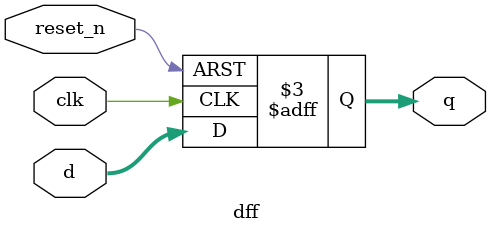
<source format=v>
module dff (d,reset_n,clk,q);
parameter width = 10;
input [(width-1):0] d;
input reset_n,clk;
output reg [(width-1):0] q;
always @(posedge clk or negedge reset_n) begin
    if (!reset_n) begin
        q<=0;
    end
    else begin
            q<=d;
    end    
end
endmodule
</source>
